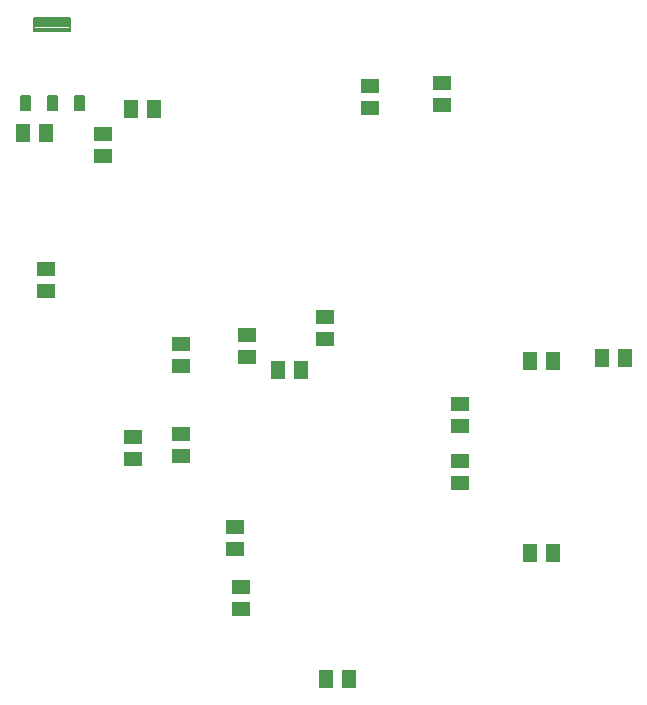
<source format=gbr>
G04 EAGLE Gerber RS-274X export*
G75*
%MOMM*%
%FSLAX34Y34*%
%LPD*%
%INSolderpaste Bottom*%
%IPPOS*%
%AMOC8*
5,1,8,0,0,1.08239X$1,22.5*%
G01*
%ADD10R,1.300000X1.500000*%
%ADD11R,1.500000X1.300000*%
%ADD12R,1.600000X1.300000*%
%ADD13R,1.300000X1.600000*%
%ADD14C,0.139500*%
%ADD15C,0.196500*%


D10*
X66700Y561340D03*
X85700Y561340D03*
D11*
X246380Y227940D03*
X246380Y208940D03*
X436880Y283820D03*
X436880Y264820D03*
X436880Y332080D03*
X436880Y313080D03*
X200660Y306680D03*
X200660Y287680D03*
X160020Y304140D03*
X160020Y285140D03*
D10*
X177140Y581660D03*
X158140Y581660D03*
X495960Y368300D03*
X514960Y368300D03*
D11*
X200660Y363880D03*
X200660Y382880D03*
X322580Y405740D03*
X322580Y386740D03*
X256540Y390500D03*
X256540Y371500D03*
D12*
X134620Y560680D03*
X134620Y541680D03*
D13*
X556920Y370840D03*
X575920Y370840D03*
X301600Y360680D03*
X282600Y360680D03*
D12*
X251460Y158140D03*
X251460Y177140D03*
D13*
X323240Y99060D03*
X342240Y99060D03*
D12*
X360680Y582320D03*
X360680Y601320D03*
D13*
X514960Y205740D03*
X495960Y205740D03*
D12*
X421640Y584860D03*
X421640Y603860D03*
X86360Y427380D03*
X86360Y446380D03*
D14*
X110387Y592163D02*
X118293Y592163D01*
X118293Y580457D01*
X110387Y580457D01*
X110387Y592163D01*
X110387Y581782D02*
X118293Y581782D01*
X118293Y583107D02*
X110387Y583107D01*
X110387Y584432D02*
X118293Y584432D01*
X118293Y585757D02*
X110387Y585757D01*
X110387Y587082D02*
X118293Y587082D01*
X118293Y588407D02*
X110387Y588407D01*
X110387Y589732D02*
X118293Y589732D01*
X118293Y591057D02*
X110387Y591057D01*
X95393Y592163D02*
X87487Y592163D01*
X95393Y592163D02*
X95393Y580457D01*
X87487Y580457D01*
X87487Y592163D01*
X87487Y581782D02*
X95393Y581782D01*
X95393Y583107D02*
X87487Y583107D01*
X87487Y584432D02*
X95393Y584432D01*
X95393Y585757D02*
X87487Y585757D01*
X87487Y587082D02*
X95393Y587082D01*
X95393Y588407D02*
X87487Y588407D01*
X87487Y589732D02*
X95393Y589732D01*
X95393Y591057D02*
X87487Y591057D01*
X72493Y592163D02*
X64587Y592163D01*
X72493Y592163D02*
X72493Y580457D01*
X64587Y580457D01*
X64587Y592163D01*
X64587Y581782D02*
X72493Y581782D01*
X72493Y583107D02*
X64587Y583107D01*
X64587Y584432D02*
X72493Y584432D01*
X72493Y585757D02*
X64587Y585757D01*
X64587Y587082D02*
X72493Y587082D01*
X72493Y588407D02*
X64587Y588407D01*
X64587Y589732D02*
X72493Y589732D01*
X72493Y591057D02*
X64587Y591057D01*
D15*
X76222Y658778D02*
X106658Y658778D01*
X106658Y647642D01*
X76222Y647642D01*
X76222Y658778D01*
X76222Y649509D02*
X106658Y649509D01*
X106658Y651376D02*
X76222Y651376D01*
X76222Y653243D02*
X106658Y653243D01*
X106658Y655110D02*
X76222Y655110D01*
X76222Y656977D02*
X106658Y656977D01*
M02*

</source>
